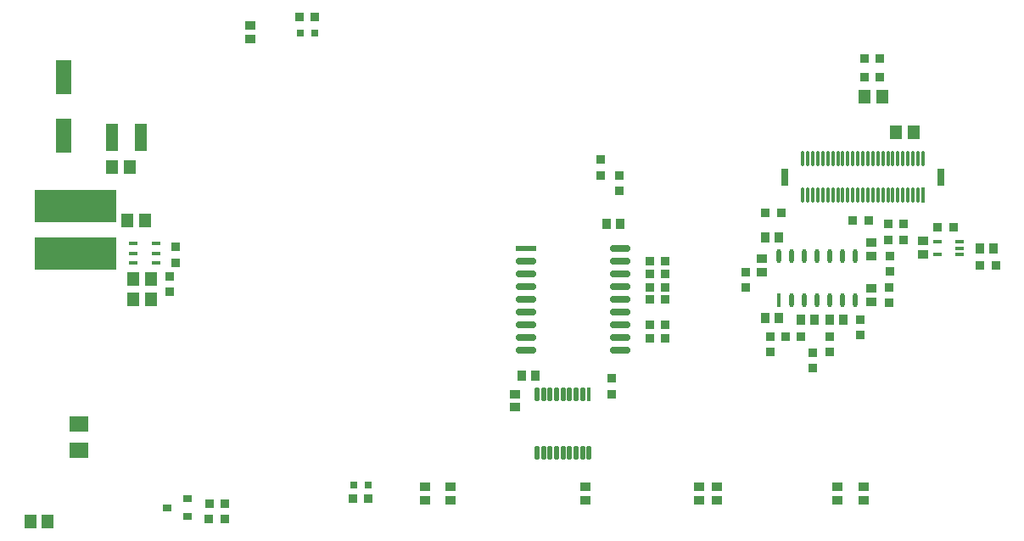
<source format=gtp>
G04*
G04 #@! TF.GenerationSoftware,Altium Limited,Altium Designer,18.1.9 (240)*
G04*
G04 Layer_Color=8421504*
%FSLAX25Y25*%
%MOIN*%
G70*
G01*
G75*
%ADD15R,0.03937X0.03543*%
%ADD16R,0.03150X0.03150*%
%ADD17R,0.03347X0.03347*%
%ADD18R,0.04528X0.05512*%
%ADD19R,0.03150X0.07087*%
%ADD20O,0.01181X0.06299*%
%ADD21R,0.01181X0.06299*%
%ADD22R,0.03347X0.03347*%
%ADD23R,0.03543X0.03937*%
G04:AMPARAMS|DCode=24|XSize=23.62mil|YSize=78.74mil|CornerRadius=5.91mil|HoleSize=0mil|Usage=FLASHONLY|Rotation=270.000|XOffset=0mil|YOffset=0mil|HoleType=Round|Shape=RoundedRectangle|*
%AMROUNDEDRECTD24*
21,1,0.02362,0.06693,0,0,270.0*
21,1,0.01181,0.07874,0,0,270.0*
1,1,0.01181,-0.03347,-0.00591*
1,1,0.01181,-0.03347,0.00591*
1,1,0.01181,0.03347,0.00591*
1,1,0.01181,0.03347,-0.00591*
%
%ADD24ROUNDEDRECTD24*%
%ADD25R,0.07874X0.02362*%
%ADD26R,0.01772X0.05512*%
G04:AMPARAMS|DCode=27|XSize=17.72mil|YSize=55.12mil|CornerRadius=4.43mil|HoleSize=0mil|Usage=FLASHONLY|Rotation=0.000|XOffset=0mil|YOffset=0mil|HoleType=Round|Shape=RoundedRectangle|*
%AMROUNDEDRECTD27*
21,1,0.01772,0.04626,0,0,0.0*
21,1,0.00886,0.05512,0,0,0.0*
1,1,0.00886,0.00443,-0.02313*
1,1,0.00886,-0.00443,-0.02313*
1,1,0.00886,-0.00443,0.02313*
1,1,0.00886,0.00443,0.02313*
%
%ADD27ROUNDEDRECTD27*%
%ADD28R,0.32284X0.12992*%
%ADD29R,0.03543X0.03150*%
%ADD30R,0.07284X0.05906*%
%ADD31R,0.03347X0.01378*%
%ADD32R,0.01772X0.05709*%
%ADD33O,0.01772X0.05709*%
%ADD34R,0.05118X0.10630*%
%ADD35R,0.06102X0.13583*%
D15*
X92872Y219685D02*
D03*
Y225000D02*
D03*
X276378Y43504D02*
D03*
Y38189D02*
D03*
X269291Y43504D02*
D03*
Y38189D02*
D03*
X224705Y43504D02*
D03*
Y38189D02*
D03*
X171653Y43504D02*
D03*
Y38189D02*
D03*
X161417Y43504D02*
D03*
Y38189D02*
D03*
X323543D02*
D03*
Y43504D02*
D03*
X333917Y38189D02*
D03*
Y43504D02*
D03*
X336870Y139567D02*
D03*
Y134252D02*
D03*
Y116437D02*
D03*
Y121752D02*
D03*
X293810Y133268D02*
D03*
Y127953D02*
D03*
X357185Y140157D02*
D03*
Y134843D02*
D03*
X196949Y74803D02*
D03*
Y80118D02*
D03*
D16*
X112452Y222047D02*
D03*
X118357D02*
D03*
X133465Y44252D02*
D03*
X139370D02*
D03*
D17*
X118357Y228346D02*
D03*
X112255D02*
D03*
X335728Y148228D02*
D03*
X329626D02*
D03*
X349508Y146850D02*
D03*
X343406D02*
D03*
X369094Y145669D02*
D03*
X362992D02*
D03*
X295374Y151181D02*
D03*
X301476D02*
D03*
X255945Y132323D02*
D03*
X249843D02*
D03*
X255945Y127323D02*
D03*
X249843D02*
D03*
X255945Y121850D02*
D03*
X249843D02*
D03*
X255945Y117323D02*
D03*
X249843D02*
D03*
X255945Y107323D02*
D03*
X249843D02*
D03*
X255945Y101969D02*
D03*
X249843D02*
D03*
X139173Y38957D02*
D03*
X133071D02*
D03*
X82776Y31102D02*
D03*
X76673D02*
D03*
X76772Y37008D02*
D03*
X82874D02*
D03*
X379626Y130709D02*
D03*
X385728D02*
D03*
X309154Y102756D02*
D03*
X303051D02*
D03*
X343406Y140551D02*
D03*
X349508D02*
D03*
X340354Y204724D02*
D03*
X334252D02*
D03*
X340354Y211968D02*
D03*
X334252D02*
D03*
D18*
X341142Y196850D02*
D03*
X334252D02*
D03*
X353543Y183071D02*
D03*
X346654D02*
D03*
X45571Y169291D02*
D03*
X38681D02*
D03*
X13287Y30118D02*
D03*
X6398D02*
D03*
X47047Y117323D02*
D03*
X53937D02*
D03*
X46850Y125197D02*
D03*
X53740D02*
D03*
X51476Y148228D02*
D03*
X44587D02*
D03*
D19*
X364272Y165453D02*
D03*
X302854D02*
D03*
D20*
X357185Y172539D02*
D03*
X355217D02*
D03*
X353248D02*
D03*
X351279D02*
D03*
X349311D02*
D03*
X347342D02*
D03*
X345374D02*
D03*
X343406D02*
D03*
X341437D02*
D03*
X339469D02*
D03*
X337500D02*
D03*
X335531D02*
D03*
X333563D02*
D03*
X331594D02*
D03*
X329626D02*
D03*
X327658D02*
D03*
X325689D02*
D03*
X323721D02*
D03*
X321752D02*
D03*
X319783D02*
D03*
X317815D02*
D03*
X315846D02*
D03*
X313878D02*
D03*
X311910D02*
D03*
X309941D02*
D03*
Y158366D02*
D03*
X311910D02*
D03*
X313878D02*
D03*
X315846D02*
D03*
X317815D02*
D03*
X319783D02*
D03*
X321752D02*
D03*
X323721D02*
D03*
X325689D02*
D03*
X327658D02*
D03*
X329626D02*
D03*
X331594D02*
D03*
X333563D02*
D03*
X335531D02*
D03*
X337500D02*
D03*
X339469D02*
D03*
X341437D02*
D03*
X343406D02*
D03*
X345374D02*
D03*
X347342D02*
D03*
X349311D02*
D03*
X351279D02*
D03*
X353248D02*
D03*
X355217D02*
D03*
D21*
X357185D02*
D03*
D22*
X344094Y134449D02*
D03*
Y128347D02*
D03*
X332677Y103248D02*
D03*
Y109350D02*
D03*
X313878Y90354D02*
D03*
Y96457D02*
D03*
X235039Y86221D02*
D03*
Y80118D02*
D03*
X287402Y127953D02*
D03*
Y121850D02*
D03*
X230709Y166043D02*
D03*
Y172146D02*
D03*
X237795Y159941D02*
D03*
Y166043D02*
D03*
X297303Y102756D02*
D03*
Y96653D02*
D03*
X343799Y122047D02*
D03*
Y115945D02*
D03*
X320591Y102657D02*
D03*
Y96555D02*
D03*
X61319Y120177D02*
D03*
Y126279D02*
D03*
X63691Y131791D02*
D03*
Y137894D02*
D03*
D23*
X295295Y141732D02*
D03*
X300610D02*
D03*
X325905Y109449D02*
D03*
X320591D02*
D03*
X295295Y109843D02*
D03*
X300610D02*
D03*
X314469Y109449D02*
D03*
X309154D02*
D03*
X384941Y137402D02*
D03*
X379626D02*
D03*
X204921Y87402D02*
D03*
X199606D02*
D03*
X232874Y146850D02*
D03*
X238189D02*
D03*
D24*
X238189Y97323D02*
D03*
X201181D02*
D03*
X238189Y102323D02*
D03*
Y107323D02*
D03*
Y112323D02*
D03*
Y117323D02*
D03*
Y122323D02*
D03*
Y127323D02*
D03*
Y132323D02*
D03*
Y137323D02*
D03*
X201181Y132323D02*
D03*
Y127323D02*
D03*
Y122323D02*
D03*
Y117323D02*
D03*
Y112323D02*
D03*
Y107323D02*
D03*
Y102323D02*
D03*
D25*
Y137323D02*
D03*
D26*
X225984Y80118D02*
D03*
D27*
X223425D02*
D03*
X220866D02*
D03*
X218307D02*
D03*
X215748D02*
D03*
X213189D02*
D03*
X210630D02*
D03*
X208071D02*
D03*
X205512D02*
D03*
X225984Y56890D02*
D03*
X223425D02*
D03*
X220866D02*
D03*
X218307D02*
D03*
X215748D02*
D03*
X213189D02*
D03*
X210630D02*
D03*
X208071D02*
D03*
X205512D02*
D03*
D28*
X24213Y135433D02*
D03*
Y153937D02*
D03*
D29*
X68110Y31890D02*
D03*
Y38976D02*
D03*
X60236Y35433D02*
D03*
D30*
X25591Y57874D02*
D03*
Y68307D02*
D03*
D31*
X362992Y134843D02*
D03*
Y139961D02*
D03*
X371654D02*
D03*
Y137402D02*
D03*
Y134843D02*
D03*
X55905Y139173D02*
D03*
Y135433D02*
D03*
Y131693D02*
D03*
X47047D02*
D03*
Y135433D02*
D03*
Y139173D02*
D03*
D32*
X300610Y116929D02*
D03*
D33*
X305610D02*
D03*
X310610D02*
D03*
X315610D02*
D03*
X320610D02*
D03*
X325610D02*
D03*
X330610D02*
D03*
X300610Y134252D02*
D03*
X305610D02*
D03*
X310610D02*
D03*
X315610D02*
D03*
X320610D02*
D03*
X325610D02*
D03*
X330610D02*
D03*
D34*
X49839Y181063D02*
D03*
X38421D02*
D03*
D35*
X19685Y204724D02*
D03*
Y181496D02*
D03*
M02*

</source>
